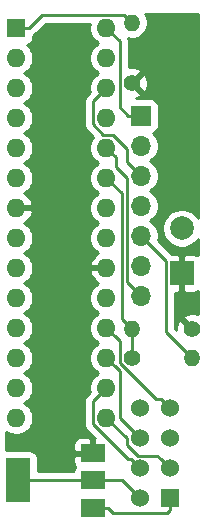
<source format=gtl>
G04 #@! TF.GenerationSoftware,KiCad,Pcbnew,5.1.5*
G04 #@! TF.CreationDate,2020-02-12T19:01:32+05:30*
G04 #@! TF.ProjectId,schematics,73636865-6d61-4746-9963-732e6b696361,rev?*
G04 #@! TF.SameCoordinates,Original*
G04 #@! TF.FileFunction,Copper,L1,Top*
G04 #@! TF.FilePolarity,Positive*
%FSLAX46Y46*%
G04 Gerber Fmt 4.6, Leading zero omitted, Abs format (unit mm)*
G04 Created by KiCad (PCBNEW 5.1.5) date 2020-02-12 19:01:32*
%MOMM*%
%LPD*%
G04 APERTURE LIST*
%ADD10R,1.998980X1.998980*%
%ADD11C,1.998980*%
%ADD12R,1.700000X1.700000*%
%ADD13O,1.700000X1.700000*%
%ADD14C,1.400000*%
%ADD15O,1.400000X1.400000*%
%ADD16R,1.600000X1.600000*%
%ADD17O,1.600000X1.600000*%
%ADD18R,2.000000X3.800000*%
%ADD19R,2.000000X1.500000*%
%ADD20R,1.524000X1.524000*%
%ADD21C,1.524000*%
%ADD22C,0.250000*%
%ADD23C,0.254000*%
G04 APERTURE END LIST*
D10*
X144907000Y-96393000D03*
D11*
X144907000Y-92583000D03*
D12*
X141478000Y-83058000D03*
D13*
X141478000Y-85598000D03*
X141478000Y-88138000D03*
X141478000Y-90678000D03*
X141478000Y-93218000D03*
X141478000Y-95758000D03*
X141478000Y-98298000D03*
D14*
X140716000Y-80264000D03*
D15*
X140716000Y-75184000D03*
D14*
X145796000Y-101092000D03*
D15*
X140716000Y-101092000D03*
X145796000Y-103570001D03*
D14*
X140716000Y-103570001D03*
D16*
X130919001Y-75616001D03*
D17*
X138539001Y-108636001D03*
X130919001Y-78156001D03*
X138539001Y-106096001D03*
X130919001Y-80696001D03*
X138539001Y-103556001D03*
X130919001Y-83236001D03*
X138539001Y-101016001D03*
X130919001Y-85776001D03*
X138539001Y-98476001D03*
X130919001Y-88316001D03*
X138539001Y-95936001D03*
X130919001Y-90856001D03*
X138539001Y-93396001D03*
X130919001Y-93396001D03*
X138539001Y-90856001D03*
X130919001Y-95936001D03*
X138539001Y-88316001D03*
X130919001Y-98476001D03*
X138539001Y-85776001D03*
X130919001Y-101016001D03*
X138539001Y-83236001D03*
X130919001Y-103556001D03*
X138539001Y-80696001D03*
X130919001Y-106096001D03*
X138539001Y-78156001D03*
X130919001Y-108636001D03*
X138539001Y-75616001D03*
D18*
X131089000Y-113919000D03*
D19*
X137389000Y-113919000D03*
X137389000Y-111619000D03*
X137389000Y-116219000D03*
D20*
X143891000Y-115443000D03*
D21*
X141351000Y-115443000D03*
X143891000Y-112903000D03*
X141351000Y-112903000D03*
X143891000Y-110363000D03*
X141351000Y-110363000D03*
X143891000Y-107823000D03*
X141351000Y-107823000D03*
D22*
X140378000Y-83058000D02*
X141478000Y-83058000D01*
X139664002Y-76741002D02*
X139664002Y-82344002D01*
X139664002Y-82344002D02*
X140378000Y-83058000D01*
X138539001Y-75616001D02*
X139664002Y-76741002D01*
X140302999Y-86962999D02*
X140628001Y-87288001D01*
X140302999Y-85852000D02*
X140302999Y-86962999D01*
X139101999Y-84651000D02*
X140302999Y-85852000D01*
X138288998Y-84651000D02*
X139101999Y-84651000D01*
X137414000Y-83776002D02*
X138288998Y-84651000D01*
X137414000Y-81821002D02*
X137414000Y-83776002D01*
X140628001Y-87288001D02*
X141478000Y-88138000D01*
X138539001Y-80696001D02*
X137414000Y-81821002D01*
X138639000Y-116219000D02*
X139133000Y-116713000D01*
X137389000Y-116219000D02*
X138639000Y-116219000D01*
X143891000Y-116455000D02*
X143891000Y-115443000D01*
X143633000Y-116713000D02*
X143891000Y-116455000D01*
X139133000Y-116713000D02*
X143633000Y-116713000D01*
X143582509Y-101356510D02*
X145096001Y-102870002D01*
X145096001Y-102870002D02*
X145796000Y-103570001D01*
X143582509Y-95322509D02*
X143582509Y-101356510D01*
X141478000Y-93218000D02*
X143582509Y-95322509D01*
X140302999Y-97122999D02*
X140628001Y-97448001D01*
X140302999Y-88359999D02*
X140302999Y-97122999D01*
X140628001Y-97448001D02*
X141478000Y-98298000D01*
X139339000Y-87396000D02*
X140302999Y-88359999D01*
X139339000Y-86576000D02*
X139339000Y-87396000D01*
X138539001Y-85776001D02*
X139339000Y-86576000D01*
X140016001Y-74484001D02*
X140716000Y-75184000D01*
X133101001Y-74484001D02*
X140016001Y-74484001D01*
X130919001Y-75616001D02*
X131969001Y-75616001D01*
X131969001Y-75616001D02*
X133101001Y-74484001D01*
X140016001Y-100392001D02*
X140716000Y-101092000D01*
X139852990Y-100228990D02*
X140016001Y-100392001D01*
X139852990Y-89629990D02*
X139852990Y-100228990D01*
X138539001Y-88316001D02*
X139852990Y-89629990D01*
X140716000Y-101092000D02*
X140716000Y-103570001D01*
X142803999Y-111815999D02*
X143129001Y-112141001D01*
X141195237Y-111815999D02*
X142803999Y-111815999D01*
X140263999Y-110884761D02*
X141195237Y-111815999D01*
X143129001Y-112141001D02*
X143891000Y-112903000D01*
X140263999Y-110360999D02*
X140263999Y-110884761D01*
X138539001Y-108636001D02*
X140263999Y-110360999D01*
X137414000Y-107221002D02*
X137739002Y-106896000D01*
X137414000Y-109176002D02*
X137414000Y-107221002D01*
X140378999Y-112141001D02*
X137414000Y-109176002D01*
X137739002Y-106896000D02*
X138539001Y-106096001D01*
X140589001Y-112141001D02*
X140378999Y-112141001D01*
X141351000Y-112903000D02*
X140589001Y-112141001D01*
X139339000Y-104356000D02*
X138539001Y-103556001D01*
X139664002Y-104681002D02*
X139339000Y-104356000D01*
X139664002Y-108676002D02*
X139664002Y-104681002D01*
X141351000Y-110363000D02*
X139664002Y-108676002D01*
X139339000Y-101816000D02*
X138539001Y-101016001D01*
X139664002Y-102141002D02*
X139339000Y-101816000D01*
X142748001Y-107061001D02*
X139664002Y-103977002D01*
X143129001Y-107061001D02*
X142748001Y-107061001D01*
X139664002Y-103977002D02*
X139664002Y-102141002D01*
X143891000Y-107823000D02*
X143129001Y-107061001D01*
X131089000Y-113919000D02*
X137389000Y-113919000D01*
X139827000Y-113919000D02*
X141351000Y-115443000D01*
X137389000Y-113919000D02*
X139827000Y-113919000D01*
D23*
G36*
X137104001Y-75474666D02*
G01*
X137104001Y-75757336D01*
X137159148Y-76034575D01*
X137267321Y-76295728D01*
X137424364Y-76530760D01*
X137624242Y-76730638D01*
X137856760Y-76886001D01*
X137624242Y-77041364D01*
X137424364Y-77241242D01*
X137267321Y-77476274D01*
X137159148Y-77737427D01*
X137104001Y-78014666D01*
X137104001Y-78297336D01*
X137159148Y-78574575D01*
X137267321Y-78835728D01*
X137424364Y-79070760D01*
X137624242Y-79270638D01*
X137856760Y-79426001D01*
X137624242Y-79581364D01*
X137424364Y-79781242D01*
X137267321Y-80016274D01*
X137159148Y-80277427D01*
X137104001Y-80554666D01*
X137104001Y-80837336D01*
X137140313Y-81019888D01*
X136903002Y-81257198D01*
X136873999Y-81281001D01*
X136818871Y-81348176D01*
X136779026Y-81396726D01*
X136738291Y-81472935D01*
X136708454Y-81528756D01*
X136664997Y-81672017D01*
X136654000Y-81783670D01*
X136654000Y-81783680D01*
X136650324Y-81821002D01*
X136654000Y-81858325D01*
X136654001Y-83738670D01*
X136650324Y-83776002D01*
X136654001Y-83813335D01*
X136661651Y-83891000D01*
X136664998Y-83924987D01*
X136708454Y-84068248D01*
X136779026Y-84200278D01*
X136850201Y-84287004D01*
X136874000Y-84316003D01*
X136902998Y-84339801D01*
X137424401Y-84861205D01*
X137424364Y-84861242D01*
X137267321Y-85096274D01*
X137159148Y-85357427D01*
X137104001Y-85634666D01*
X137104001Y-85917336D01*
X137159148Y-86194575D01*
X137267321Y-86455728D01*
X137424364Y-86690760D01*
X137624242Y-86890638D01*
X137856760Y-87046001D01*
X137624242Y-87201364D01*
X137424364Y-87401242D01*
X137267321Y-87636274D01*
X137159148Y-87897427D01*
X137104001Y-88174666D01*
X137104001Y-88457336D01*
X137159148Y-88734575D01*
X137267321Y-88995728D01*
X137424364Y-89230760D01*
X137624242Y-89430638D01*
X137856760Y-89586001D01*
X137624242Y-89741364D01*
X137424364Y-89941242D01*
X137267321Y-90176274D01*
X137159148Y-90437427D01*
X137104001Y-90714666D01*
X137104001Y-90997336D01*
X137159148Y-91274575D01*
X137267321Y-91535728D01*
X137424364Y-91770760D01*
X137624242Y-91970638D01*
X137856760Y-92126001D01*
X137624242Y-92281364D01*
X137424364Y-92481242D01*
X137267321Y-92716274D01*
X137159148Y-92977427D01*
X137104001Y-93254666D01*
X137104001Y-93537336D01*
X137159148Y-93814575D01*
X137267321Y-94075728D01*
X137424364Y-94310760D01*
X137624242Y-94510638D01*
X137859274Y-94667681D01*
X137869866Y-94672068D01*
X137683870Y-94783616D01*
X137475482Y-94972587D01*
X137307964Y-95198581D01*
X137187755Y-95452914D01*
X137147097Y-95586962D01*
X137269086Y-95809001D01*
X138412001Y-95809001D01*
X138412001Y-95789001D01*
X138666001Y-95789001D01*
X138666001Y-95809001D01*
X138686001Y-95809001D01*
X138686001Y-96063001D01*
X138666001Y-96063001D01*
X138666001Y-96083001D01*
X138412001Y-96083001D01*
X138412001Y-96063001D01*
X137269086Y-96063001D01*
X137147097Y-96285040D01*
X137187755Y-96419088D01*
X137307964Y-96673421D01*
X137475482Y-96899415D01*
X137683870Y-97088386D01*
X137869866Y-97199934D01*
X137859274Y-97204321D01*
X137624242Y-97361364D01*
X137424364Y-97561242D01*
X137267321Y-97796274D01*
X137159148Y-98057427D01*
X137104001Y-98334666D01*
X137104001Y-98617336D01*
X137159148Y-98894575D01*
X137267321Y-99155728D01*
X137424364Y-99390760D01*
X137624242Y-99590638D01*
X137856760Y-99746001D01*
X137624242Y-99901364D01*
X137424364Y-100101242D01*
X137267321Y-100336274D01*
X137159148Y-100597427D01*
X137104001Y-100874666D01*
X137104001Y-101157336D01*
X137159148Y-101434575D01*
X137267321Y-101695728D01*
X137424364Y-101930760D01*
X137624242Y-102130638D01*
X137856760Y-102286001D01*
X137624242Y-102441364D01*
X137424364Y-102641242D01*
X137267321Y-102876274D01*
X137159148Y-103137427D01*
X137104001Y-103414666D01*
X137104001Y-103697336D01*
X137159148Y-103974575D01*
X137267321Y-104235728D01*
X137424364Y-104470760D01*
X137624242Y-104670638D01*
X137856760Y-104826001D01*
X137624242Y-104981364D01*
X137424364Y-105181242D01*
X137267321Y-105416274D01*
X137159148Y-105677427D01*
X137104001Y-105954666D01*
X137104001Y-106237336D01*
X137140313Y-106419888D01*
X136902998Y-106657203D01*
X136874000Y-106681001D01*
X136850202Y-106709999D01*
X136850201Y-106710000D01*
X136779026Y-106796726D01*
X136708454Y-106928756D01*
X136683579Y-107010760D01*
X136668340Y-107061001D01*
X136664998Y-107072017D01*
X136650324Y-107221002D01*
X136654001Y-107258334D01*
X136654000Y-109138679D01*
X136650324Y-109176002D01*
X136654000Y-109213324D01*
X136654000Y-109213334D01*
X136664997Y-109324987D01*
X136695337Y-109425005D01*
X136708454Y-109468248D01*
X136779026Y-109600278D01*
X136788643Y-109611996D01*
X136873999Y-109716003D01*
X136903003Y-109739806D01*
X137535973Y-110372777D01*
X137516000Y-110392750D01*
X137516000Y-111492000D01*
X137536000Y-111492000D01*
X137536000Y-111746000D01*
X137516000Y-111746000D01*
X137516000Y-111766000D01*
X137262000Y-111766000D01*
X137262000Y-111746000D01*
X135912750Y-111746000D01*
X135754000Y-111904750D01*
X135750928Y-112369000D01*
X135763188Y-112493482D01*
X135799498Y-112613180D01*
X135858463Y-112723494D01*
X135895809Y-112769000D01*
X135858463Y-112814506D01*
X135799498Y-112924820D01*
X135763188Y-113044518D01*
X135751913Y-113159000D01*
X132727072Y-113159000D01*
X132727072Y-112019000D01*
X132714812Y-111894518D01*
X132678502Y-111774820D01*
X132619537Y-111664506D01*
X132540185Y-111567815D01*
X132443494Y-111488463D01*
X132333180Y-111429498D01*
X132213482Y-111393188D01*
X132089000Y-111380928D01*
X130089000Y-111380928D01*
X130073000Y-111382504D01*
X130073000Y-110869000D01*
X135750928Y-110869000D01*
X135754000Y-111333250D01*
X135912750Y-111492000D01*
X137262000Y-111492000D01*
X137262000Y-110392750D01*
X137103250Y-110234000D01*
X136389000Y-110230928D01*
X136264518Y-110243188D01*
X136144820Y-110279498D01*
X136034506Y-110338463D01*
X135937815Y-110417815D01*
X135858463Y-110514506D01*
X135799498Y-110624820D01*
X135763188Y-110744518D01*
X135750928Y-110869000D01*
X130073000Y-110869000D01*
X130073000Y-109796581D01*
X130239274Y-109907681D01*
X130500427Y-110015854D01*
X130777666Y-110071001D01*
X131060336Y-110071001D01*
X131337575Y-110015854D01*
X131598728Y-109907681D01*
X131833760Y-109750638D01*
X132033638Y-109550760D01*
X132190681Y-109315728D01*
X132298854Y-109054575D01*
X132354001Y-108777336D01*
X132354001Y-108494666D01*
X132298854Y-108217427D01*
X132190681Y-107956274D01*
X132033638Y-107721242D01*
X131833760Y-107521364D01*
X131601242Y-107366001D01*
X131833760Y-107210638D01*
X132033638Y-107010760D01*
X132190681Y-106775728D01*
X132298854Y-106514575D01*
X132354001Y-106237336D01*
X132354001Y-105954666D01*
X132298854Y-105677427D01*
X132190681Y-105416274D01*
X132033638Y-105181242D01*
X131833760Y-104981364D01*
X131601242Y-104826001D01*
X131833760Y-104670638D01*
X132033638Y-104470760D01*
X132190681Y-104235728D01*
X132298854Y-103974575D01*
X132354001Y-103697336D01*
X132354001Y-103414666D01*
X132298854Y-103137427D01*
X132190681Y-102876274D01*
X132033638Y-102641242D01*
X131833760Y-102441364D01*
X131601242Y-102286001D01*
X131833760Y-102130638D01*
X132033638Y-101930760D01*
X132190681Y-101695728D01*
X132298854Y-101434575D01*
X132354001Y-101157336D01*
X132354001Y-100874666D01*
X132298854Y-100597427D01*
X132190681Y-100336274D01*
X132033638Y-100101242D01*
X131833760Y-99901364D01*
X131601242Y-99746001D01*
X131833760Y-99590638D01*
X132033638Y-99390760D01*
X132190681Y-99155728D01*
X132298854Y-98894575D01*
X132354001Y-98617336D01*
X132354001Y-98334666D01*
X132298854Y-98057427D01*
X132190681Y-97796274D01*
X132033638Y-97561242D01*
X131833760Y-97361364D01*
X131601242Y-97206001D01*
X131833760Y-97050638D01*
X132033638Y-96850760D01*
X132190681Y-96615728D01*
X132298854Y-96354575D01*
X132354001Y-96077336D01*
X132354001Y-95794666D01*
X132298854Y-95517427D01*
X132190681Y-95256274D01*
X132033638Y-95021242D01*
X131833760Y-94821364D01*
X131601242Y-94666001D01*
X131833760Y-94510638D01*
X132033638Y-94310760D01*
X132190681Y-94075728D01*
X132298854Y-93814575D01*
X132354001Y-93537336D01*
X132354001Y-93254666D01*
X132298854Y-92977427D01*
X132190681Y-92716274D01*
X132033638Y-92481242D01*
X131833760Y-92281364D01*
X131598728Y-92124321D01*
X131588136Y-92119934D01*
X131774132Y-92008386D01*
X131982520Y-91819415D01*
X132150038Y-91593421D01*
X132270247Y-91339088D01*
X132310905Y-91205040D01*
X132188916Y-90983001D01*
X131046001Y-90983001D01*
X131046001Y-91003001D01*
X130792001Y-91003001D01*
X130792001Y-90983001D01*
X130772001Y-90983001D01*
X130772001Y-90729001D01*
X130792001Y-90729001D01*
X130792001Y-90709001D01*
X131046001Y-90709001D01*
X131046001Y-90729001D01*
X132188916Y-90729001D01*
X132310905Y-90506962D01*
X132270247Y-90372914D01*
X132150038Y-90118581D01*
X131982520Y-89892587D01*
X131774132Y-89703616D01*
X131588136Y-89592068D01*
X131598728Y-89587681D01*
X131833760Y-89430638D01*
X132033638Y-89230760D01*
X132190681Y-88995728D01*
X132298854Y-88734575D01*
X132354001Y-88457336D01*
X132354001Y-88174666D01*
X132298854Y-87897427D01*
X132190681Y-87636274D01*
X132033638Y-87401242D01*
X131833760Y-87201364D01*
X131601242Y-87046001D01*
X131833760Y-86890638D01*
X132033638Y-86690760D01*
X132190681Y-86455728D01*
X132298854Y-86194575D01*
X132354001Y-85917336D01*
X132354001Y-85634666D01*
X132298854Y-85357427D01*
X132190681Y-85096274D01*
X132033638Y-84861242D01*
X131833760Y-84661364D01*
X131601242Y-84506001D01*
X131833760Y-84350638D01*
X132033638Y-84150760D01*
X132190681Y-83915728D01*
X132298854Y-83654575D01*
X132354001Y-83377336D01*
X132354001Y-83094666D01*
X132298854Y-82817427D01*
X132190681Y-82556274D01*
X132033638Y-82321242D01*
X131833760Y-82121364D01*
X131601242Y-81966001D01*
X131833760Y-81810638D01*
X132033638Y-81610760D01*
X132190681Y-81375728D01*
X132298854Y-81114575D01*
X132354001Y-80837336D01*
X132354001Y-80554666D01*
X132298854Y-80277427D01*
X132190681Y-80016274D01*
X132033638Y-79781242D01*
X131833760Y-79581364D01*
X131601242Y-79426001D01*
X131833760Y-79270638D01*
X132033638Y-79070760D01*
X132190681Y-78835728D01*
X132298854Y-78574575D01*
X132354001Y-78297336D01*
X132354001Y-78014666D01*
X132298854Y-77737427D01*
X132190681Y-77476274D01*
X132033638Y-77241242D01*
X131835040Y-77042644D01*
X131843483Y-77041813D01*
X131963181Y-77005503D01*
X132073495Y-76946538D01*
X132170186Y-76867186D01*
X132249538Y-76770495D01*
X132308503Y-76660181D01*
X132344813Y-76540483D01*
X132357073Y-76416001D01*
X132357073Y-76270327D01*
X132393277Y-76250975D01*
X132509002Y-76156002D01*
X132532805Y-76126999D01*
X133415803Y-75244001D01*
X137149884Y-75244001D01*
X137104001Y-75474666D01*
G37*
X137104001Y-75474666D02*
X137104001Y-75757336D01*
X137159148Y-76034575D01*
X137267321Y-76295728D01*
X137424364Y-76530760D01*
X137624242Y-76730638D01*
X137856760Y-76886001D01*
X137624242Y-77041364D01*
X137424364Y-77241242D01*
X137267321Y-77476274D01*
X137159148Y-77737427D01*
X137104001Y-78014666D01*
X137104001Y-78297336D01*
X137159148Y-78574575D01*
X137267321Y-78835728D01*
X137424364Y-79070760D01*
X137624242Y-79270638D01*
X137856760Y-79426001D01*
X137624242Y-79581364D01*
X137424364Y-79781242D01*
X137267321Y-80016274D01*
X137159148Y-80277427D01*
X137104001Y-80554666D01*
X137104001Y-80837336D01*
X137140313Y-81019888D01*
X136903002Y-81257198D01*
X136873999Y-81281001D01*
X136818871Y-81348176D01*
X136779026Y-81396726D01*
X136738291Y-81472935D01*
X136708454Y-81528756D01*
X136664997Y-81672017D01*
X136654000Y-81783670D01*
X136654000Y-81783680D01*
X136650324Y-81821002D01*
X136654000Y-81858325D01*
X136654001Y-83738670D01*
X136650324Y-83776002D01*
X136654001Y-83813335D01*
X136661651Y-83891000D01*
X136664998Y-83924987D01*
X136708454Y-84068248D01*
X136779026Y-84200278D01*
X136850201Y-84287004D01*
X136874000Y-84316003D01*
X136902998Y-84339801D01*
X137424401Y-84861205D01*
X137424364Y-84861242D01*
X137267321Y-85096274D01*
X137159148Y-85357427D01*
X137104001Y-85634666D01*
X137104001Y-85917336D01*
X137159148Y-86194575D01*
X137267321Y-86455728D01*
X137424364Y-86690760D01*
X137624242Y-86890638D01*
X137856760Y-87046001D01*
X137624242Y-87201364D01*
X137424364Y-87401242D01*
X137267321Y-87636274D01*
X137159148Y-87897427D01*
X137104001Y-88174666D01*
X137104001Y-88457336D01*
X137159148Y-88734575D01*
X137267321Y-88995728D01*
X137424364Y-89230760D01*
X137624242Y-89430638D01*
X137856760Y-89586001D01*
X137624242Y-89741364D01*
X137424364Y-89941242D01*
X137267321Y-90176274D01*
X137159148Y-90437427D01*
X137104001Y-90714666D01*
X137104001Y-90997336D01*
X137159148Y-91274575D01*
X137267321Y-91535728D01*
X137424364Y-91770760D01*
X137624242Y-91970638D01*
X137856760Y-92126001D01*
X137624242Y-92281364D01*
X137424364Y-92481242D01*
X137267321Y-92716274D01*
X137159148Y-92977427D01*
X137104001Y-93254666D01*
X137104001Y-93537336D01*
X137159148Y-93814575D01*
X137267321Y-94075728D01*
X137424364Y-94310760D01*
X137624242Y-94510638D01*
X137859274Y-94667681D01*
X137869866Y-94672068D01*
X137683870Y-94783616D01*
X137475482Y-94972587D01*
X137307964Y-95198581D01*
X137187755Y-95452914D01*
X137147097Y-95586962D01*
X137269086Y-95809001D01*
X138412001Y-95809001D01*
X138412001Y-95789001D01*
X138666001Y-95789001D01*
X138666001Y-95809001D01*
X138686001Y-95809001D01*
X138686001Y-96063001D01*
X138666001Y-96063001D01*
X138666001Y-96083001D01*
X138412001Y-96083001D01*
X138412001Y-96063001D01*
X137269086Y-96063001D01*
X137147097Y-96285040D01*
X137187755Y-96419088D01*
X137307964Y-96673421D01*
X137475482Y-96899415D01*
X137683870Y-97088386D01*
X137869866Y-97199934D01*
X137859274Y-97204321D01*
X137624242Y-97361364D01*
X137424364Y-97561242D01*
X137267321Y-97796274D01*
X137159148Y-98057427D01*
X137104001Y-98334666D01*
X137104001Y-98617336D01*
X137159148Y-98894575D01*
X137267321Y-99155728D01*
X137424364Y-99390760D01*
X137624242Y-99590638D01*
X137856760Y-99746001D01*
X137624242Y-99901364D01*
X137424364Y-100101242D01*
X137267321Y-100336274D01*
X137159148Y-100597427D01*
X137104001Y-100874666D01*
X137104001Y-101157336D01*
X137159148Y-101434575D01*
X137267321Y-101695728D01*
X137424364Y-101930760D01*
X137624242Y-102130638D01*
X137856760Y-102286001D01*
X137624242Y-102441364D01*
X137424364Y-102641242D01*
X137267321Y-102876274D01*
X137159148Y-103137427D01*
X137104001Y-103414666D01*
X137104001Y-103697336D01*
X137159148Y-103974575D01*
X137267321Y-104235728D01*
X137424364Y-104470760D01*
X137624242Y-104670638D01*
X137856760Y-104826001D01*
X137624242Y-104981364D01*
X137424364Y-105181242D01*
X137267321Y-105416274D01*
X137159148Y-105677427D01*
X137104001Y-105954666D01*
X137104001Y-106237336D01*
X137140313Y-106419888D01*
X136902998Y-106657203D01*
X136874000Y-106681001D01*
X136850202Y-106709999D01*
X136850201Y-106710000D01*
X136779026Y-106796726D01*
X136708454Y-106928756D01*
X136683579Y-107010760D01*
X136668340Y-107061001D01*
X136664998Y-107072017D01*
X136650324Y-107221002D01*
X136654001Y-107258334D01*
X136654000Y-109138679D01*
X136650324Y-109176002D01*
X136654000Y-109213324D01*
X136654000Y-109213334D01*
X136664997Y-109324987D01*
X136695337Y-109425005D01*
X136708454Y-109468248D01*
X136779026Y-109600278D01*
X136788643Y-109611996D01*
X136873999Y-109716003D01*
X136903003Y-109739806D01*
X137535973Y-110372777D01*
X137516000Y-110392750D01*
X137516000Y-111492000D01*
X137536000Y-111492000D01*
X137536000Y-111746000D01*
X137516000Y-111746000D01*
X137516000Y-111766000D01*
X137262000Y-111766000D01*
X137262000Y-111746000D01*
X135912750Y-111746000D01*
X135754000Y-111904750D01*
X135750928Y-112369000D01*
X135763188Y-112493482D01*
X135799498Y-112613180D01*
X135858463Y-112723494D01*
X135895809Y-112769000D01*
X135858463Y-112814506D01*
X135799498Y-112924820D01*
X135763188Y-113044518D01*
X135751913Y-113159000D01*
X132727072Y-113159000D01*
X132727072Y-112019000D01*
X132714812Y-111894518D01*
X132678502Y-111774820D01*
X132619537Y-111664506D01*
X132540185Y-111567815D01*
X132443494Y-111488463D01*
X132333180Y-111429498D01*
X132213482Y-111393188D01*
X132089000Y-111380928D01*
X130089000Y-111380928D01*
X130073000Y-111382504D01*
X130073000Y-110869000D01*
X135750928Y-110869000D01*
X135754000Y-111333250D01*
X135912750Y-111492000D01*
X137262000Y-111492000D01*
X137262000Y-110392750D01*
X137103250Y-110234000D01*
X136389000Y-110230928D01*
X136264518Y-110243188D01*
X136144820Y-110279498D01*
X136034506Y-110338463D01*
X135937815Y-110417815D01*
X135858463Y-110514506D01*
X135799498Y-110624820D01*
X135763188Y-110744518D01*
X135750928Y-110869000D01*
X130073000Y-110869000D01*
X130073000Y-109796581D01*
X130239274Y-109907681D01*
X130500427Y-110015854D01*
X130777666Y-110071001D01*
X131060336Y-110071001D01*
X131337575Y-110015854D01*
X131598728Y-109907681D01*
X131833760Y-109750638D01*
X132033638Y-109550760D01*
X132190681Y-109315728D01*
X132298854Y-109054575D01*
X132354001Y-108777336D01*
X132354001Y-108494666D01*
X132298854Y-108217427D01*
X132190681Y-107956274D01*
X132033638Y-107721242D01*
X131833760Y-107521364D01*
X131601242Y-107366001D01*
X131833760Y-107210638D01*
X132033638Y-107010760D01*
X132190681Y-106775728D01*
X132298854Y-106514575D01*
X132354001Y-106237336D01*
X132354001Y-105954666D01*
X132298854Y-105677427D01*
X132190681Y-105416274D01*
X132033638Y-105181242D01*
X131833760Y-104981364D01*
X131601242Y-104826001D01*
X131833760Y-104670638D01*
X132033638Y-104470760D01*
X132190681Y-104235728D01*
X132298854Y-103974575D01*
X132354001Y-103697336D01*
X132354001Y-103414666D01*
X132298854Y-103137427D01*
X132190681Y-102876274D01*
X132033638Y-102641242D01*
X131833760Y-102441364D01*
X131601242Y-102286001D01*
X131833760Y-102130638D01*
X132033638Y-101930760D01*
X132190681Y-101695728D01*
X132298854Y-101434575D01*
X132354001Y-101157336D01*
X132354001Y-100874666D01*
X132298854Y-100597427D01*
X132190681Y-100336274D01*
X132033638Y-100101242D01*
X131833760Y-99901364D01*
X131601242Y-99746001D01*
X131833760Y-99590638D01*
X132033638Y-99390760D01*
X132190681Y-99155728D01*
X132298854Y-98894575D01*
X132354001Y-98617336D01*
X132354001Y-98334666D01*
X132298854Y-98057427D01*
X132190681Y-97796274D01*
X132033638Y-97561242D01*
X131833760Y-97361364D01*
X131601242Y-97206001D01*
X131833760Y-97050638D01*
X132033638Y-96850760D01*
X132190681Y-96615728D01*
X132298854Y-96354575D01*
X132354001Y-96077336D01*
X132354001Y-95794666D01*
X132298854Y-95517427D01*
X132190681Y-95256274D01*
X132033638Y-95021242D01*
X131833760Y-94821364D01*
X131601242Y-94666001D01*
X131833760Y-94510638D01*
X132033638Y-94310760D01*
X132190681Y-94075728D01*
X132298854Y-93814575D01*
X132354001Y-93537336D01*
X132354001Y-93254666D01*
X132298854Y-92977427D01*
X132190681Y-92716274D01*
X132033638Y-92481242D01*
X131833760Y-92281364D01*
X131598728Y-92124321D01*
X131588136Y-92119934D01*
X131774132Y-92008386D01*
X131982520Y-91819415D01*
X132150038Y-91593421D01*
X132270247Y-91339088D01*
X132310905Y-91205040D01*
X132188916Y-90983001D01*
X131046001Y-90983001D01*
X131046001Y-91003001D01*
X130792001Y-91003001D01*
X130792001Y-90983001D01*
X130772001Y-90983001D01*
X130772001Y-90729001D01*
X130792001Y-90729001D01*
X130792001Y-90709001D01*
X131046001Y-90709001D01*
X131046001Y-90729001D01*
X132188916Y-90729001D01*
X132310905Y-90506962D01*
X132270247Y-90372914D01*
X132150038Y-90118581D01*
X131982520Y-89892587D01*
X131774132Y-89703616D01*
X131588136Y-89592068D01*
X131598728Y-89587681D01*
X131833760Y-89430638D01*
X132033638Y-89230760D01*
X132190681Y-88995728D01*
X132298854Y-88734575D01*
X132354001Y-88457336D01*
X132354001Y-88174666D01*
X132298854Y-87897427D01*
X132190681Y-87636274D01*
X132033638Y-87401242D01*
X131833760Y-87201364D01*
X131601242Y-87046001D01*
X131833760Y-86890638D01*
X132033638Y-86690760D01*
X132190681Y-86455728D01*
X132298854Y-86194575D01*
X132354001Y-85917336D01*
X132354001Y-85634666D01*
X132298854Y-85357427D01*
X132190681Y-85096274D01*
X132033638Y-84861242D01*
X131833760Y-84661364D01*
X131601242Y-84506001D01*
X131833760Y-84350638D01*
X132033638Y-84150760D01*
X132190681Y-83915728D01*
X132298854Y-83654575D01*
X132354001Y-83377336D01*
X132354001Y-83094666D01*
X132298854Y-82817427D01*
X132190681Y-82556274D01*
X132033638Y-82321242D01*
X131833760Y-82121364D01*
X131601242Y-81966001D01*
X131833760Y-81810638D01*
X132033638Y-81610760D01*
X132190681Y-81375728D01*
X132298854Y-81114575D01*
X132354001Y-80837336D01*
X132354001Y-80554666D01*
X132298854Y-80277427D01*
X132190681Y-80016274D01*
X132033638Y-79781242D01*
X131833760Y-79581364D01*
X131601242Y-79426001D01*
X131833760Y-79270638D01*
X132033638Y-79070760D01*
X132190681Y-78835728D01*
X132298854Y-78574575D01*
X132354001Y-78297336D01*
X132354001Y-78014666D01*
X132298854Y-77737427D01*
X132190681Y-77476274D01*
X132033638Y-77241242D01*
X131835040Y-77042644D01*
X131843483Y-77041813D01*
X131963181Y-77005503D01*
X132073495Y-76946538D01*
X132170186Y-76867186D01*
X132249538Y-76770495D01*
X132308503Y-76660181D01*
X132344813Y-76540483D01*
X132357073Y-76416001D01*
X132357073Y-76270327D01*
X132393277Y-76250975D01*
X132509002Y-76156002D01*
X132532805Y-76126999D01*
X133415803Y-75244001D01*
X137149884Y-75244001D01*
X137104001Y-75474666D01*
G36*
X146279001Y-91694338D02*
G01*
X146176592Y-91541073D01*
X145948927Y-91313408D01*
X145681222Y-91134533D01*
X145383763Y-91011322D01*
X145067983Y-90948510D01*
X144746017Y-90948510D01*
X144430237Y-91011322D01*
X144132778Y-91134533D01*
X143865073Y-91313408D01*
X143637408Y-91541073D01*
X143458533Y-91808778D01*
X143335322Y-92106237D01*
X143272510Y-92422017D01*
X143272510Y-92743983D01*
X143335322Y-93059763D01*
X143458533Y-93357222D01*
X143637408Y-93624927D01*
X143865073Y-93852592D01*
X144132778Y-94031467D01*
X144430237Y-94154678D01*
X144746017Y-94217490D01*
X145067983Y-94217490D01*
X145383763Y-94154678D01*
X145681222Y-94031467D01*
X145948927Y-93852592D01*
X146176592Y-93624927D01*
X146279001Y-93471662D01*
X146279001Y-94877759D01*
X146260984Y-94862973D01*
X146150670Y-94804008D01*
X146030972Y-94767698D01*
X145906490Y-94755438D01*
X145192750Y-94758510D01*
X145034000Y-94917260D01*
X145034000Y-96266000D01*
X145054000Y-96266000D01*
X145054000Y-96520000D01*
X145034000Y-96520000D01*
X145034000Y-97868740D01*
X145192750Y-98027490D01*
X145906490Y-98030562D01*
X146030972Y-98018302D01*
X146150670Y-97981992D01*
X146260984Y-97923027D01*
X146279000Y-97908241D01*
X146279000Y-99844317D01*
X146239758Y-99826066D01*
X145984260Y-99763817D01*
X145721527Y-99752610D01*
X145461656Y-99792875D01*
X145214634Y-99883065D01*
X145113797Y-99936963D01*
X145054336Y-100170731D01*
X145796000Y-100912395D01*
X145810143Y-100898253D01*
X145989748Y-101077858D01*
X145975605Y-101092000D01*
X145989748Y-101106143D01*
X145810143Y-101285748D01*
X145796000Y-101271605D01*
X145781858Y-101285748D01*
X145602253Y-101106143D01*
X145616395Y-101092000D01*
X144874731Y-100350336D01*
X144640963Y-100409797D01*
X144530066Y-100648242D01*
X144467817Y-100903740D01*
X144457046Y-101156246D01*
X144342509Y-101041709D01*
X144342509Y-98028690D01*
X144621250Y-98027490D01*
X144780000Y-97868740D01*
X144780000Y-96520000D01*
X144760000Y-96520000D01*
X144760000Y-96266000D01*
X144780000Y-96266000D01*
X144780000Y-94917260D01*
X144621250Y-94758510D01*
X144091030Y-94756228D01*
X142919209Y-93584408D01*
X142963000Y-93364260D01*
X142963000Y-93071740D01*
X142905932Y-92784842D01*
X142793990Y-92514589D01*
X142631475Y-92271368D01*
X142424632Y-92064525D01*
X142250240Y-91948000D01*
X142424632Y-91831475D01*
X142631475Y-91624632D01*
X142793990Y-91381411D01*
X142905932Y-91111158D01*
X142963000Y-90824260D01*
X142963000Y-90531740D01*
X142905932Y-90244842D01*
X142793990Y-89974589D01*
X142631475Y-89731368D01*
X142424632Y-89524525D01*
X142250240Y-89408000D01*
X142424632Y-89291475D01*
X142631475Y-89084632D01*
X142793990Y-88841411D01*
X142905932Y-88571158D01*
X142963000Y-88284260D01*
X142963000Y-87991740D01*
X142905932Y-87704842D01*
X142793990Y-87434589D01*
X142631475Y-87191368D01*
X142424632Y-86984525D01*
X142250240Y-86868000D01*
X142424632Y-86751475D01*
X142631475Y-86544632D01*
X142793990Y-86301411D01*
X142905932Y-86031158D01*
X142963000Y-85744260D01*
X142963000Y-85451740D01*
X142905932Y-85164842D01*
X142793990Y-84894589D01*
X142631475Y-84651368D01*
X142499620Y-84519513D01*
X142572180Y-84497502D01*
X142682494Y-84438537D01*
X142779185Y-84359185D01*
X142858537Y-84262494D01*
X142917502Y-84152180D01*
X142953812Y-84032482D01*
X142966072Y-83908000D01*
X142966072Y-82208000D01*
X142953812Y-82083518D01*
X142917502Y-81963820D01*
X142858537Y-81853506D01*
X142779185Y-81756815D01*
X142682494Y-81677463D01*
X142572180Y-81618498D01*
X142452482Y-81582188D01*
X142328000Y-81569928D01*
X141006437Y-81569928D01*
X141050344Y-81563125D01*
X141297366Y-81472935D01*
X141398203Y-81419037D01*
X141457664Y-81185269D01*
X140716000Y-80443605D01*
X140701858Y-80457748D01*
X140522253Y-80278143D01*
X140536395Y-80264000D01*
X140895605Y-80264000D01*
X141637269Y-81005664D01*
X141871037Y-80946203D01*
X141981934Y-80707758D01*
X142044183Y-80452260D01*
X142055390Y-80189527D01*
X142015125Y-79929656D01*
X141924935Y-79682634D01*
X141871037Y-79581797D01*
X141637269Y-79522336D01*
X140895605Y-80264000D01*
X140536395Y-80264000D01*
X140522253Y-80249858D01*
X140701858Y-80070253D01*
X140716000Y-80084395D01*
X141457664Y-79342731D01*
X141398203Y-79108963D01*
X141159758Y-78998066D01*
X140904260Y-78935817D01*
X140641527Y-78924610D01*
X140424002Y-78958314D01*
X140424002Y-76778327D01*
X140427678Y-76741002D01*
X140424002Y-76703677D01*
X140424002Y-76703669D01*
X140413005Y-76592016D01*
X140378421Y-76478005D01*
X140584514Y-76519000D01*
X140847486Y-76519000D01*
X141105405Y-76467696D01*
X141348359Y-76367061D01*
X141567013Y-76220962D01*
X141752962Y-76035013D01*
X141899061Y-75816359D01*
X141999696Y-75573405D01*
X142051000Y-75315486D01*
X142051000Y-75052514D01*
X141999696Y-74794595D01*
X141899061Y-74551641D01*
X141829143Y-74447000D01*
X146279001Y-74447000D01*
X146279001Y-91694338D01*
G37*
X146279001Y-91694338D02*
X146176592Y-91541073D01*
X145948927Y-91313408D01*
X145681222Y-91134533D01*
X145383763Y-91011322D01*
X145067983Y-90948510D01*
X144746017Y-90948510D01*
X144430237Y-91011322D01*
X144132778Y-91134533D01*
X143865073Y-91313408D01*
X143637408Y-91541073D01*
X143458533Y-91808778D01*
X143335322Y-92106237D01*
X143272510Y-92422017D01*
X143272510Y-92743983D01*
X143335322Y-93059763D01*
X143458533Y-93357222D01*
X143637408Y-93624927D01*
X143865073Y-93852592D01*
X144132778Y-94031467D01*
X144430237Y-94154678D01*
X144746017Y-94217490D01*
X145067983Y-94217490D01*
X145383763Y-94154678D01*
X145681222Y-94031467D01*
X145948927Y-93852592D01*
X146176592Y-93624927D01*
X146279001Y-93471662D01*
X146279001Y-94877759D01*
X146260984Y-94862973D01*
X146150670Y-94804008D01*
X146030972Y-94767698D01*
X145906490Y-94755438D01*
X145192750Y-94758510D01*
X145034000Y-94917260D01*
X145034000Y-96266000D01*
X145054000Y-96266000D01*
X145054000Y-96520000D01*
X145034000Y-96520000D01*
X145034000Y-97868740D01*
X145192750Y-98027490D01*
X145906490Y-98030562D01*
X146030972Y-98018302D01*
X146150670Y-97981992D01*
X146260984Y-97923027D01*
X146279000Y-97908241D01*
X146279000Y-99844317D01*
X146239758Y-99826066D01*
X145984260Y-99763817D01*
X145721527Y-99752610D01*
X145461656Y-99792875D01*
X145214634Y-99883065D01*
X145113797Y-99936963D01*
X145054336Y-100170731D01*
X145796000Y-100912395D01*
X145810143Y-100898253D01*
X145989748Y-101077858D01*
X145975605Y-101092000D01*
X145989748Y-101106143D01*
X145810143Y-101285748D01*
X145796000Y-101271605D01*
X145781858Y-101285748D01*
X145602253Y-101106143D01*
X145616395Y-101092000D01*
X144874731Y-100350336D01*
X144640963Y-100409797D01*
X144530066Y-100648242D01*
X144467817Y-100903740D01*
X144457046Y-101156246D01*
X144342509Y-101041709D01*
X144342509Y-98028690D01*
X144621250Y-98027490D01*
X144780000Y-97868740D01*
X144780000Y-96520000D01*
X144760000Y-96520000D01*
X144760000Y-96266000D01*
X144780000Y-96266000D01*
X144780000Y-94917260D01*
X144621250Y-94758510D01*
X144091030Y-94756228D01*
X142919209Y-93584408D01*
X142963000Y-93364260D01*
X142963000Y-93071740D01*
X142905932Y-92784842D01*
X142793990Y-92514589D01*
X142631475Y-92271368D01*
X142424632Y-92064525D01*
X142250240Y-91948000D01*
X142424632Y-91831475D01*
X142631475Y-91624632D01*
X142793990Y-91381411D01*
X142905932Y-91111158D01*
X142963000Y-90824260D01*
X142963000Y-90531740D01*
X142905932Y-90244842D01*
X142793990Y-89974589D01*
X142631475Y-89731368D01*
X142424632Y-89524525D01*
X142250240Y-89408000D01*
X142424632Y-89291475D01*
X142631475Y-89084632D01*
X142793990Y-88841411D01*
X142905932Y-88571158D01*
X142963000Y-88284260D01*
X142963000Y-87991740D01*
X142905932Y-87704842D01*
X142793990Y-87434589D01*
X142631475Y-87191368D01*
X142424632Y-86984525D01*
X142250240Y-86868000D01*
X142424632Y-86751475D01*
X142631475Y-86544632D01*
X142793990Y-86301411D01*
X142905932Y-86031158D01*
X142963000Y-85744260D01*
X142963000Y-85451740D01*
X142905932Y-85164842D01*
X142793990Y-84894589D01*
X142631475Y-84651368D01*
X142499620Y-84519513D01*
X142572180Y-84497502D01*
X142682494Y-84438537D01*
X142779185Y-84359185D01*
X142858537Y-84262494D01*
X142917502Y-84152180D01*
X142953812Y-84032482D01*
X142966072Y-83908000D01*
X142966072Y-82208000D01*
X142953812Y-82083518D01*
X142917502Y-81963820D01*
X142858537Y-81853506D01*
X142779185Y-81756815D01*
X142682494Y-81677463D01*
X142572180Y-81618498D01*
X142452482Y-81582188D01*
X142328000Y-81569928D01*
X141006437Y-81569928D01*
X141050344Y-81563125D01*
X141297366Y-81472935D01*
X141398203Y-81419037D01*
X141457664Y-81185269D01*
X140716000Y-80443605D01*
X140701858Y-80457748D01*
X140522253Y-80278143D01*
X140536395Y-80264000D01*
X140895605Y-80264000D01*
X141637269Y-81005664D01*
X141871037Y-80946203D01*
X141981934Y-80707758D01*
X142044183Y-80452260D01*
X142055390Y-80189527D01*
X142015125Y-79929656D01*
X141924935Y-79682634D01*
X141871037Y-79581797D01*
X141637269Y-79522336D01*
X140895605Y-80264000D01*
X140536395Y-80264000D01*
X140522253Y-80249858D01*
X140701858Y-80070253D01*
X140716000Y-80084395D01*
X141457664Y-79342731D01*
X141398203Y-79108963D01*
X141159758Y-78998066D01*
X140904260Y-78935817D01*
X140641527Y-78924610D01*
X140424002Y-78958314D01*
X140424002Y-76778327D01*
X140427678Y-76741002D01*
X140424002Y-76703677D01*
X140424002Y-76703669D01*
X140413005Y-76592016D01*
X140378421Y-76478005D01*
X140584514Y-76519000D01*
X140847486Y-76519000D01*
X141105405Y-76467696D01*
X141348359Y-76367061D01*
X141567013Y-76220962D01*
X141752962Y-76035013D01*
X141899061Y-75816359D01*
X141999696Y-75573405D01*
X142051000Y-75315486D01*
X142051000Y-75052514D01*
X141999696Y-74794595D01*
X141899061Y-74551641D01*
X141829143Y-74447000D01*
X146279001Y-74447000D01*
X146279001Y-91694338D01*
G36*
X141605000Y-95631000D02*
G01*
X141625000Y-95631000D01*
X141625000Y-95885000D01*
X141605000Y-95885000D01*
X141605000Y-95905000D01*
X141351000Y-95905000D01*
X141351000Y-95885000D01*
X141331000Y-95885000D01*
X141331000Y-95631000D01*
X141351000Y-95631000D01*
X141351000Y-95611000D01*
X141605000Y-95611000D01*
X141605000Y-95631000D01*
G37*
X141605000Y-95631000D02*
X141625000Y-95631000D01*
X141625000Y-95885000D01*
X141605000Y-95885000D01*
X141605000Y-95905000D01*
X141351000Y-95905000D01*
X141351000Y-95885000D01*
X141331000Y-95885000D01*
X141331000Y-95631000D01*
X141351000Y-95631000D01*
X141351000Y-95611000D01*
X141605000Y-95611000D01*
X141605000Y-95631000D01*
M02*

</source>
